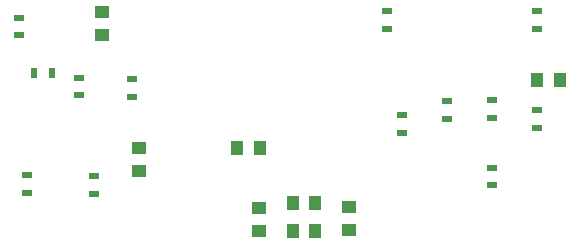
<source format=gbp>
G04 #@! TF.FileFunction,Paste,Bot*
%FSLAX46Y46*%
G04 Gerber Fmt 4.6, Leading zero omitted, Abs format (unit mm)*
G04 Created by KiCad (PCBNEW 4.0.1-stable) date 11/19/2016 2:54:23 PM*
%MOMM*%
G01*
G04 APERTURE LIST*
%ADD10C,0.100000*%
%ADD11R,1.000000X1.250000*%
%ADD12R,1.250000X1.000000*%
%ADD13R,0.900000X0.500000*%
%ADD14R,0.500000X0.900000*%
%ADD15R,1.050000X1.300000*%
G04 APERTURE END LIST*
D10*
D11*
X179800000Y-73660000D03*
X177800000Y-73660000D03*
D12*
X144145000Y-81375000D03*
X144145000Y-79375000D03*
X140970000Y-67850000D03*
X140970000Y-69850000D03*
X161925000Y-84360000D03*
X161925000Y-86360000D03*
D11*
X154400000Y-79375000D03*
X152400000Y-79375000D03*
D12*
X154305000Y-86455000D03*
X154305000Y-84455000D03*
D13*
X143510000Y-75045000D03*
X143510000Y-73545000D03*
X173990000Y-76835000D03*
X173990000Y-75335000D03*
X139065000Y-73430000D03*
X139065000Y-74930000D03*
X133985000Y-69850000D03*
X133985000Y-68350000D03*
D14*
X136755000Y-73025000D03*
X135255000Y-73025000D03*
D13*
X134620000Y-83185000D03*
X134620000Y-81685000D03*
X140335000Y-81800000D03*
X140335000Y-83300000D03*
X170180000Y-75450000D03*
X170180000Y-76950000D03*
X165100000Y-67830000D03*
X165100000Y-69330000D03*
X166370000Y-78105000D03*
X166370000Y-76605000D03*
X177800000Y-69330000D03*
X177800000Y-67830000D03*
X177800000Y-77700000D03*
X177800000Y-76200000D03*
D15*
X159040000Y-84074000D03*
X159040000Y-86374000D03*
X157190000Y-86374000D03*
X157190000Y-84074000D03*
D13*
X173990000Y-82550000D03*
X173990000Y-81050000D03*
M02*

</source>
